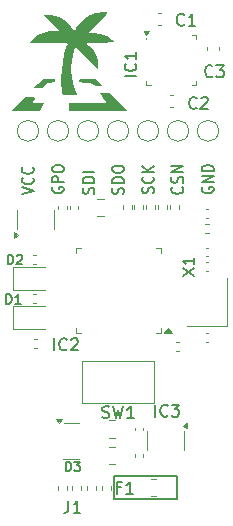
<source format=gbr>
%TF.GenerationSoftware,KiCad,Pcbnew,9.0.2+1*%
%TF.CreationDate,2025-08-04T10:31:06+02:00*%
%TF.ProjectId,ts13_dev_kit,74733133-5f64-4657-965f-6b69742e6b69,rev?*%
%TF.SameCoordinates,Original*%
%TF.FileFunction,Legend,Top*%
%TF.FilePolarity,Positive*%
%FSLAX46Y46*%
G04 Gerber Fmt 4.6, Leading zero omitted, Abs format (unit mm)*
G04 Created by KiCad (PCBNEW 9.0.2+1) date 2025-08-04 10:31:06*
%MOMM*%
%LPD*%
G01*
G04 APERTURE LIST*
%ADD10C,0.150000*%
%ADD11C,0.180000*%
%ADD12C,0.200000*%
%ADD13C,0.120000*%
%ADD14C,0.000000*%
G04 APERTURE END LIST*
D10*
X129609485Y-90208019D02*
X135016138Y-90208019D01*
X135016138Y-92201365D01*
X129609485Y-92201365D01*
X129609485Y-90208019D01*
D11*
X130440640Y-66310150D02*
X130488259Y-66181579D01*
X130488259Y-66181579D02*
X130488259Y-65967293D01*
X130488259Y-65967293D02*
X130440640Y-65881579D01*
X130440640Y-65881579D02*
X130393020Y-65838721D01*
X130393020Y-65838721D02*
X130297782Y-65795864D01*
X130297782Y-65795864D02*
X130202544Y-65795864D01*
X130202544Y-65795864D02*
X130107306Y-65838721D01*
X130107306Y-65838721D02*
X130059687Y-65881579D01*
X130059687Y-65881579D02*
X130012068Y-65967293D01*
X130012068Y-65967293D02*
X129964449Y-66138721D01*
X129964449Y-66138721D02*
X129916830Y-66224436D01*
X129916830Y-66224436D02*
X129869211Y-66267293D01*
X129869211Y-66267293D02*
X129773973Y-66310150D01*
X129773973Y-66310150D02*
X129678735Y-66310150D01*
X129678735Y-66310150D02*
X129583497Y-66267293D01*
X129583497Y-66267293D02*
X129535878Y-66224436D01*
X129535878Y-66224436D02*
X129488259Y-66138721D01*
X129488259Y-66138721D02*
X129488259Y-65924436D01*
X129488259Y-65924436D02*
X129535878Y-65795864D01*
X130488259Y-65410150D02*
X129488259Y-65410150D01*
X129488259Y-65410150D02*
X129488259Y-65195864D01*
X129488259Y-65195864D02*
X129535878Y-65067293D01*
X129535878Y-65067293D02*
X129631116Y-64981578D01*
X129631116Y-64981578D02*
X129726354Y-64938721D01*
X129726354Y-64938721D02*
X129916830Y-64895864D01*
X129916830Y-64895864D02*
X130059687Y-64895864D01*
X130059687Y-64895864D02*
X130250163Y-64938721D01*
X130250163Y-64938721D02*
X130345401Y-64981578D01*
X130345401Y-64981578D02*
X130440640Y-65067293D01*
X130440640Y-65067293D02*
X130488259Y-65195864D01*
X130488259Y-65195864D02*
X130488259Y-65410150D01*
X129488259Y-64338721D02*
X129488259Y-64167293D01*
X129488259Y-64167293D02*
X129535878Y-64081578D01*
X129535878Y-64081578D02*
X129631116Y-63995864D01*
X129631116Y-63995864D02*
X129821592Y-63953007D01*
X129821592Y-63953007D02*
X130154925Y-63953007D01*
X130154925Y-63953007D02*
X130345401Y-63995864D01*
X130345401Y-63995864D02*
X130440640Y-64081578D01*
X130440640Y-64081578D02*
X130488259Y-64167293D01*
X130488259Y-64167293D02*
X130488259Y-64338721D01*
X130488259Y-64338721D02*
X130440640Y-64424436D01*
X130440640Y-64424436D02*
X130345401Y-64510150D01*
X130345401Y-64510150D02*
X130154925Y-64553007D01*
X130154925Y-64553007D02*
X129821592Y-64553007D01*
X129821592Y-64553007D02*
X129631116Y-64510150D01*
X129631116Y-64510150D02*
X129535878Y-64424436D01*
X129535878Y-64424436D02*
X129488259Y-64338721D01*
D12*
X121842219Y-66382707D02*
X122842219Y-66082707D01*
X122842219Y-66082707D02*
X121842219Y-65782707D01*
X122746980Y-64968421D02*
X122794600Y-65011278D01*
X122794600Y-65011278D02*
X122842219Y-65139850D01*
X122842219Y-65139850D02*
X122842219Y-65225564D01*
X122842219Y-65225564D02*
X122794600Y-65354135D01*
X122794600Y-65354135D02*
X122699361Y-65439850D01*
X122699361Y-65439850D02*
X122604123Y-65482707D01*
X122604123Y-65482707D02*
X122413647Y-65525564D01*
X122413647Y-65525564D02*
X122270790Y-65525564D01*
X122270790Y-65525564D02*
X122080314Y-65482707D01*
X122080314Y-65482707D02*
X121985076Y-65439850D01*
X121985076Y-65439850D02*
X121889838Y-65354135D01*
X121889838Y-65354135D02*
X121842219Y-65225564D01*
X121842219Y-65225564D02*
X121842219Y-65139850D01*
X121842219Y-65139850D02*
X121889838Y-65011278D01*
X121889838Y-65011278D02*
X121937457Y-64968421D01*
X122746980Y-64068421D02*
X122794600Y-64111278D01*
X122794600Y-64111278D02*
X122842219Y-64239850D01*
X122842219Y-64239850D02*
X122842219Y-64325564D01*
X122842219Y-64325564D02*
X122794600Y-64454135D01*
X122794600Y-64454135D02*
X122699361Y-64539850D01*
X122699361Y-64539850D02*
X122604123Y-64582707D01*
X122604123Y-64582707D02*
X122413647Y-64625564D01*
X122413647Y-64625564D02*
X122270790Y-64625564D01*
X122270790Y-64625564D02*
X122080314Y-64582707D01*
X122080314Y-64582707D02*
X121985076Y-64539850D01*
X121985076Y-64539850D02*
X121889838Y-64454135D01*
X121889838Y-64454135D02*
X121842219Y-64325564D01*
X121842219Y-64325564D02*
X121842219Y-64239850D01*
X121842219Y-64239850D02*
X121889838Y-64111278D01*
X121889838Y-64111278D02*
X121937457Y-64068421D01*
X124434838Y-65782707D02*
X124387219Y-65868422D01*
X124387219Y-65868422D02*
X124387219Y-65996993D01*
X124387219Y-65996993D02*
X124434838Y-66125564D01*
X124434838Y-66125564D02*
X124530076Y-66211279D01*
X124530076Y-66211279D02*
X124625314Y-66254136D01*
X124625314Y-66254136D02*
X124815790Y-66296993D01*
X124815790Y-66296993D02*
X124958647Y-66296993D01*
X124958647Y-66296993D02*
X125149123Y-66254136D01*
X125149123Y-66254136D02*
X125244361Y-66211279D01*
X125244361Y-66211279D02*
X125339600Y-66125564D01*
X125339600Y-66125564D02*
X125387219Y-65996993D01*
X125387219Y-65996993D02*
X125387219Y-65911279D01*
X125387219Y-65911279D02*
X125339600Y-65782707D01*
X125339600Y-65782707D02*
X125291980Y-65739850D01*
X125291980Y-65739850D02*
X124958647Y-65739850D01*
X124958647Y-65739850D02*
X124958647Y-65911279D01*
X125387219Y-65354136D02*
X124387219Y-65354136D01*
X124387219Y-65354136D02*
X124387219Y-65011279D01*
X124387219Y-65011279D02*
X124434838Y-64925564D01*
X124434838Y-64925564D02*
X124482457Y-64882707D01*
X124482457Y-64882707D02*
X124577695Y-64839850D01*
X124577695Y-64839850D02*
X124720552Y-64839850D01*
X124720552Y-64839850D02*
X124815790Y-64882707D01*
X124815790Y-64882707D02*
X124863409Y-64925564D01*
X124863409Y-64925564D02*
X124911028Y-65011279D01*
X124911028Y-65011279D02*
X124911028Y-65354136D01*
X124387219Y-64282707D02*
X124387219Y-64111279D01*
X124387219Y-64111279D02*
X124434838Y-64025564D01*
X124434838Y-64025564D02*
X124530076Y-63939850D01*
X124530076Y-63939850D02*
X124720552Y-63896993D01*
X124720552Y-63896993D02*
X125053885Y-63896993D01*
X125053885Y-63896993D02*
X125244361Y-63939850D01*
X125244361Y-63939850D02*
X125339600Y-64025564D01*
X125339600Y-64025564D02*
X125387219Y-64111279D01*
X125387219Y-64111279D02*
X125387219Y-64282707D01*
X125387219Y-64282707D02*
X125339600Y-64368422D01*
X125339600Y-64368422D02*
X125244361Y-64454136D01*
X125244361Y-64454136D02*
X125053885Y-64496993D01*
X125053885Y-64496993D02*
X124720552Y-64496993D01*
X124720552Y-64496993D02*
X124530076Y-64454136D01*
X124530076Y-64454136D02*
X124434838Y-64368422D01*
X124434838Y-64368422D02*
X124387219Y-64282707D01*
D11*
X135413020Y-65753007D02*
X135460640Y-65795864D01*
X135460640Y-65795864D02*
X135508259Y-65924436D01*
X135508259Y-65924436D02*
X135508259Y-66010150D01*
X135508259Y-66010150D02*
X135460640Y-66138721D01*
X135460640Y-66138721D02*
X135365401Y-66224436D01*
X135365401Y-66224436D02*
X135270163Y-66267293D01*
X135270163Y-66267293D02*
X135079687Y-66310150D01*
X135079687Y-66310150D02*
X134936830Y-66310150D01*
X134936830Y-66310150D02*
X134746354Y-66267293D01*
X134746354Y-66267293D02*
X134651116Y-66224436D01*
X134651116Y-66224436D02*
X134555878Y-66138721D01*
X134555878Y-66138721D02*
X134508259Y-66010150D01*
X134508259Y-66010150D02*
X134508259Y-65924436D01*
X134508259Y-65924436D02*
X134555878Y-65795864D01*
X134555878Y-65795864D02*
X134603497Y-65753007D01*
X135460640Y-65410150D02*
X135508259Y-65281579D01*
X135508259Y-65281579D02*
X135508259Y-65067293D01*
X135508259Y-65067293D02*
X135460640Y-64981579D01*
X135460640Y-64981579D02*
X135413020Y-64938721D01*
X135413020Y-64938721D02*
X135317782Y-64895864D01*
X135317782Y-64895864D02*
X135222544Y-64895864D01*
X135222544Y-64895864D02*
X135127306Y-64938721D01*
X135127306Y-64938721D02*
X135079687Y-64981579D01*
X135079687Y-64981579D02*
X135032068Y-65067293D01*
X135032068Y-65067293D02*
X134984449Y-65238721D01*
X134984449Y-65238721D02*
X134936830Y-65324436D01*
X134936830Y-65324436D02*
X134889211Y-65367293D01*
X134889211Y-65367293D02*
X134793973Y-65410150D01*
X134793973Y-65410150D02*
X134698735Y-65410150D01*
X134698735Y-65410150D02*
X134603497Y-65367293D01*
X134603497Y-65367293D02*
X134555878Y-65324436D01*
X134555878Y-65324436D02*
X134508259Y-65238721D01*
X134508259Y-65238721D02*
X134508259Y-65024436D01*
X134508259Y-65024436D02*
X134555878Y-64895864D01*
X135508259Y-64510150D02*
X134508259Y-64510150D01*
X134508259Y-64510150D02*
X135508259Y-63995864D01*
X135508259Y-63995864D02*
X134508259Y-63995864D01*
D12*
X132959600Y-66296993D02*
X133007219Y-66168422D01*
X133007219Y-66168422D02*
X133007219Y-65954136D01*
X133007219Y-65954136D02*
X132959600Y-65868422D01*
X132959600Y-65868422D02*
X132911980Y-65825564D01*
X132911980Y-65825564D02*
X132816742Y-65782707D01*
X132816742Y-65782707D02*
X132721504Y-65782707D01*
X132721504Y-65782707D02*
X132626266Y-65825564D01*
X132626266Y-65825564D02*
X132578647Y-65868422D01*
X132578647Y-65868422D02*
X132531028Y-65954136D01*
X132531028Y-65954136D02*
X132483409Y-66125564D01*
X132483409Y-66125564D02*
X132435790Y-66211279D01*
X132435790Y-66211279D02*
X132388171Y-66254136D01*
X132388171Y-66254136D02*
X132292933Y-66296993D01*
X132292933Y-66296993D02*
X132197695Y-66296993D01*
X132197695Y-66296993D02*
X132102457Y-66254136D01*
X132102457Y-66254136D02*
X132054838Y-66211279D01*
X132054838Y-66211279D02*
X132007219Y-66125564D01*
X132007219Y-66125564D02*
X132007219Y-65911279D01*
X132007219Y-65911279D02*
X132054838Y-65782707D01*
X132911980Y-64882707D02*
X132959600Y-64925564D01*
X132959600Y-64925564D02*
X133007219Y-65054136D01*
X133007219Y-65054136D02*
X133007219Y-65139850D01*
X133007219Y-65139850D02*
X132959600Y-65268421D01*
X132959600Y-65268421D02*
X132864361Y-65354136D01*
X132864361Y-65354136D02*
X132769123Y-65396993D01*
X132769123Y-65396993D02*
X132578647Y-65439850D01*
X132578647Y-65439850D02*
X132435790Y-65439850D01*
X132435790Y-65439850D02*
X132245314Y-65396993D01*
X132245314Y-65396993D02*
X132150076Y-65354136D01*
X132150076Y-65354136D02*
X132054838Y-65268421D01*
X132054838Y-65268421D02*
X132007219Y-65139850D01*
X132007219Y-65139850D02*
X132007219Y-65054136D01*
X132007219Y-65054136D02*
X132054838Y-64925564D01*
X132054838Y-64925564D02*
X132102457Y-64882707D01*
X133007219Y-64496993D02*
X132007219Y-64496993D01*
X133007219Y-63982707D02*
X132435790Y-64368421D01*
X132007219Y-63982707D02*
X132578647Y-64496993D01*
D11*
X127930640Y-66310150D02*
X127978259Y-66181579D01*
X127978259Y-66181579D02*
X127978259Y-65967293D01*
X127978259Y-65967293D02*
X127930640Y-65881579D01*
X127930640Y-65881579D02*
X127883020Y-65838721D01*
X127883020Y-65838721D02*
X127787782Y-65795864D01*
X127787782Y-65795864D02*
X127692544Y-65795864D01*
X127692544Y-65795864D02*
X127597306Y-65838721D01*
X127597306Y-65838721D02*
X127549687Y-65881579D01*
X127549687Y-65881579D02*
X127502068Y-65967293D01*
X127502068Y-65967293D02*
X127454449Y-66138721D01*
X127454449Y-66138721D02*
X127406830Y-66224436D01*
X127406830Y-66224436D02*
X127359211Y-66267293D01*
X127359211Y-66267293D02*
X127263973Y-66310150D01*
X127263973Y-66310150D02*
X127168735Y-66310150D01*
X127168735Y-66310150D02*
X127073497Y-66267293D01*
X127073497Y-66267293D02*
X127025878Y-66224436D01*
X127025878Y-66224436D02*
X126978259Y-66138721D01*
X126978259Y-66138721D02*
X126978259Y-65924436D01*
X126978259Y-65924436D02*
X127025878Y-65795864D01*
X127978259Y-65410150D02*
X126978259Y-65410150D01*
X126978259Y-65410150D02*
X126978259Y-65195864D01*
X126978259Y-65195864D02*
X127025878Y-65067293D01*
X127025878Y-65067293D02*
X127121116Y-64981578D01*
X127121116Y-64981578D02*
X127216354Y-64938721D01*
X127216354Y-64938721D02*
X127406830Y-64895864D01*
X127406830Y-64895864D02*
X127549687Y-64895864D01*
X127549687Y-64895864D02*
X127740163Y-64938721D01*
X127740163Y-64938721D02*
X127835401Y-64981578D01*
X127835401Y-64981578D02*
X127930640Y-65067293D01*
X127930640Y-65067293D02*
X127978259Y-65195864D01*
X127978259Y-65195864D02*
X127978259Y-65410150D01*
X127978259Y-64510150D02*
X126978259Y-64510150D01*
D12*
X137119838Y-65782707D02*
X137072219Y-65868422D01*
X137072219Y-65868422D02*
X137072219Y-65996993D01*
X137072219Y-65996993D02*
X137119838Y-66125564D01*
X137119838Y-66125564D02*
X137215076Y-66211279D01*
X137215076Y-66211279D02*
X137310314Y-66254136D01*
X137310314Y-66254136D02*
X137500790Y-66296993D01*
X137500790Y-66296993D02*
X137643647Y-66296993D01*
X137643647Y-66296993D02*
X137834123Y-66254136D01*
X137834123Y-66254136D02*
X137929361Y-66211279D01*
X137929361Y-66211279D02*
X138024600Y-66125564D01*
X138024600Y-66125564D02*
X138072219Y-65996993D01*
X138072219Y-65996993D02*
X138072219Y-65911279D01*
X138072219Y-65911279D02*
X138024600Y-65782707D01*
X138024600Y-65782707D02*
X137976980Y-65739850D01*
X137976980Y-65739850D02*
X137643647Y-65739850D01*
X137643647Y-65739850D02*
X137643647Y-65911279D01*
X138072219Y-65354136D02*
X137072219Y-65354136D01*
X137072219Y-65354136D02*
X138072219Y-64839850D01*
X138072219Y-64839850D02*
X137072219Y-64839850D01*
X138072219Y-64411279D02*
X137072219Y-64411279D01*
X137072219Y-64411279D02*
X137072219Y-64196993D01*
X137072219Y-64196993D02*
X137119838Y-64068422D01*
X137119838Y-64068422D02*
X137215076Y-63982707D01*
X137215076Y-63982707D02*
X137310314Y-63939850D01*
X137310314Y-63939850D02*
X137500790Y-63896993D01*
X137500790Y-63896993D02*
X137643647Y-63896993D01*
X137643647Y-63896993D02*
X137834123Y-63939850D01*
X137834123Y-63939850D02*
X137929361Y-63982707D01*
X137929361Y-63982707D02*
X138024600Y-64068422D01*
X138024600Y-64068422D02*
X138072219Y-64196993D01*
X138072219Y-64196993D02*
X138072219Y-64411279D01*
D10*
X120634524Y-72310181D02*
X120634524Y-71510181D01*
X120634524Y-71510181D02*
X120825000Y-71510181D01*
X120825000Y-71510181D02*
X120939286Y-71548276D01*
X120939286Y-71548276D02*
X121015476Y-71624466D01*
X121015476Y-71624466D02*
X121053571Y-71700657D01*
X121053571Y-71700657D02*
X121091667Y-71853038D01*
X121091667Y-71853038D02*
X121091667Y-71967324D01*
X121091667Y-71967324D02*
X121053571Y-72119705D01*
X121053571Y-72119705D02*
X121015476Y-72195895D01*
X121015476Y-72195895D02*
X120939286Y-72272086D01*
X120939286Y-72272086D02*
X120825000Y-72310181D01*
X120825000Y-72310181D02*
X120634524Y-72310181D01*
X121396428Y-71586371D02*
X121434524Y-71548276D01*
X121434524Y-71548276D02*
X121510714Y-71510181D01*
X121510714Y-71510181D02*
X121701190Y-71510181D01*
X121701190Y-71510181D02*
X121777381Y-71548276D01*
X121777381Y-71548276D02*
X121815476Y-71586371D01*
X121815476Y-71586371D02*
X121853571Y-71662562D01*
X121853571Y-71662562D02*
X121853571Y-71738752D01*
X121853571Y-71738752D02*
X121815476Y-71853038D01*
X121815476Y-71853038D02*
X121358333Y-72310181D01*
X121358333Y-72310181D02*
X121853571Y-72310181D01*
X136629808Y-59036594D02*
X136582189Y-59084214D01*
X136582189Y-59084214D02*
X136439332Y-59131833D01*
X136439332Y-59131833D02*
X136344094Y-59131833D01*
X136344094Y-59131833D02*
X136201237Y-59084214D01*
X136201237Y-59084214D02*
X136105999Y-58988975D01*
X136105999Y-58988975D02*
X136058380Y-58893737D01*
X136058380Y-58893737D02*
X136010761Y-58703261D01*
X136010761Y-58703261D02*
X136010761Y-58560404D01*
X136010761Y-58560404D02*
X136058380Y-58369928D01*
X136058380Y-58369928D02*
X136105999Y-58274690D01*
X136105999Y-58274690D02*
X136201237Y-58179452D01*
X136201237Y-58179452D02*
X136344094Y-58131833D01*
X136344094Y-58131833D02*
X136439332Y-58131833D01*
X136439332Y-58131833D02*
X136582189Y-58179452D01*
X136582189Y-58179452D02*
X136629808Y-58227071D01*
X137010761Y-58227071D02*
X137058380Y-58179452D01*
X137058380Y-58179452D02*
X137153618Y-58131833D01*
X137153618Y-58131833D02*
X137391713Y-58131833D01*
X137391713Y-58131833D02*
X137486951Y-58179452D01*
X137486951Y-58179452D02*
X137534570Y-58227071D01*
X137534570Y-58227071D02*
X137582189Y-58322309D01*
X137582189Y-58322309D02*
X137582189Y-58417547D01*
X137582189Y-58417547D02*
X137534570Y-58560404D01*
X137534570Y-58560404D02*
X136963142Y-59131833D01*
X136963142Y-59131833D02*
X137582189Y-59131833D01*
X125786666Y-92314819D02*
X125786666Y-93029104D01*
X125786666Y-93029104D02*
X125739047Y-93171961D01*
X125739047Y-93171961D02*
X125643809Y-93267200D01*
X125643809Y-93267200D02*
X125500952Y-93314819D01*
X125500952Y-93314819D02*
X125405714Y-93314819D01*
X126786666Y-93314819D02*
X126215238Y-93314819D01*
X126500952Y-93314819D02*
X126500952Y-92314819D01*
X126500952Y-92314819D02*
X126405714Y-92457676D01*
X126405714Y-92457676D02*
X126310476Y-92552914D01*
X126310476Y-92552914D02*
X126215238Y-92600533D01*
X133143810Y-85184819D02*
X133143810Y-84184819D01*
X134191428Y-85089580D02*
X134143809Y-85137200D01*
X134143809Y-85137200D02*
X134000952Y-85184819D01*
X134000952Y-85184819D02*
X133905714Y-85184819D01*
X133905714Y-85184819D02*
X133762857Y-85137200D01*
X133762857Y-85137200D02*
X133667619Y-85041961D01*
X133667619Y-85041961D02*
X133620000Y-84946723D01*
X133620000Y-84946723D02*
X133572381Y-84756247D01*
X133572381Y-84756247D02*
X133572381Y-84613390D01*
X133572381Y-84613390D02*
X133620000Y-84422914D01*
X133620000Y-84422914D02*
X133667619Y-84327676D01*
X133667619Y-84327676D02*
X133762857Y-84232438D01*
X133762857Y-84232438D02*
X133905714Y-84184819D01*
X133905714Y-84184819D02*
X134000952Y-84184819D01*
X134000952Y-84184819D02*
X134143809Y-84232438D01*
X134143809Y-84232438D02*
X134191428Y-84280057D01*
X134524762Y-84184819D02*
X135143809Y-84184819D01*
X135143809Y-84184819D02*
X134810476Y-84565771D01*
X134810476Y-84565771D02*
X134953333Y-84565771D01*
X134953333Y-84565771D02*
X135048571Y-84613390D01*
X135048571Y-84613390D02*
X135096190Y-84661009D01*
X135096190Y-84661009D02*
X135143809Y-84756247D01*
X135143809Y-84756247D02*
X135143809Y-84994342D01*
X135143809Y-84994342D02*
X135096190Y-85089580D01*
X135096190Y-85089580D02*
X135048571Y-85137200D01*
X135048571Y-85137200D02*
X134953333Y-85184819D01*
X134953333Y-85184819D02*
X134667619Y-85184819D01*
X134667619Y-85184819D02*
X134572381Y-85137200D01*
X134572381Y-85137200D02*
X134524762Y-85089580D01*
X128666667Y-85257200D02*
X128809524Y-85304819D01*
X128809524Y-85304819D02*
X129047619Y-85304819D01*
X129047619Y-85304819D02*
X129142857Y-85257200D01*
X129142857Y-85257200D02*
X129190476Y-85209580D01*
X129190476Y-85209580D02*
X129238095Y-85114342D01*
X129238095Y-85114342D02*
X129238095Y-85019104D01*
X129238095Y-85019104D02*
X129190476Y-84923866D01*
X129190476Y-84923866D02*
X129142857Y-84876247D01*
X129142857Y-84876247D02*
X129047619Y-84828628D01*
X129047619Y-84828628D02*
X128857143Y-84781009D01*
X128857143Y-84781009D02*
X128761905Y-84733390D01*
X128761905Y-84733390D02*
X128714286Y-84685771D01*
X128714286Y-84685771D02*
X128666667Y-84590533D01*
X128666667Y-84590533D02*
X128666667Y-84495295D01*
X128666667Y-84495295D02*
X128714286Y-84400057D01*
X128714286Y-84400057D02*
X128761905Y-84352438D01*
X128761905Y-84352438D02*
X128857143Y-84304819D01*
X128857143Y-84304819D02*
X129095238Y-84304819D01*
X129095238Y-84304819D02*
X129238095Y-84352438D01*
X129571429Y-84304819D02*
X129809524Y-85304819D01*
X129809524Y-85304819D02*
X130000000Y-84590533D01*
X130000000Y-84590533D02*
X130190476Y-85304819D01*
X130190476Y-85304819D02*
X130428572Y-84304819D01*
X131333333Y-85304819D02*
X130761905Y-85304819D01*
X131047619Y-85304819D02*
X131047619Y-84304819D01*
X131047619Y-84304819D02*
X130952381Y-84447676D01*
X130952381Y-84447676D02*
X130857143Y-84542914D01*
X130857143Y-84542914D02*
X130761905Y-84590533D01*
X131544819Y-56346189D02*
X130544819Y-56346189D01*
X131449580Y-55298571D02*
X131497200Y-55346190D01*
X131497200Y-55346190D02*
X131544819Y-55489047D01*
X131544819Y-55489047D02*
X131544819Y-55584285D01*
X131544819Y-55584285D02*
X131497200Y-55727142D01*
X131497200Y-55727142D02*
X131401961Y-55822380D01*
X131401961Y-55822380D02*
X131306723Y-55869999D01*
X131306723Y-55869999D02*
X131116247Y-55917618D01*
X131116247Y-55917618D02*
X130973390Y-55917618D01*
X130973390Y-55917618D02*
X130782914Y-55869999D01*
X130782914Y-55869999D02*
X130687676Y-55822380D01*
X130687676Y-55822380D02*
X130592438Y-55727142D01*
X130592438Y-55727142D02*
X130544819Y-55584285D01*
X130544819Y-55584285D02*
X130544819Y-55489047D01*
X130544819Y-55489047D02*
X130592438Y-55346190D01*
X130592438Y-55346190D02*
X130640057Y-55298571D01*
X131544819Y-54346190D02*
X131544819Y-54917618D01*
X131544819Y-54631904D02*
X130544819Y-54631904D01*
X130544819Y-54631904D02*
X130687676Y-54727142D01*
X130687676Y-54727142D02*
X130782914Y-54822380D01*
X130782914Y-54822380D02*
X130830533Y-54917618D01*
X135454819Y-73309523D02*
X136454819Y-72642857D01*
X135454819Y-72642857D02*
X136454819Y-73309523D01*
X136454819Y-71738095D02*
X136454819Y-72309523D01*
X136454819Y-72023809D02*
X135454819Y-72023809D01*
X135454819Y-72023809D02*
X135597676Y-72119047D01*
X135597676Y-72119047D02*
X135692914Y-72214285D01*
X135692914Y-72214285D02*
X135740533Y-72309523D01*
X120534524Y-75637295D02*
X120534524Y-74837295D01*
X120534524Y-74837295D02*
X120725000Y-74837295D01*
X120725000Y-74837295D02*
X120839286Y-74875390D01*
X120839286Y-74875390D02*
X120915476Y-74951580D01*
X120915476Y-74951580D02*
X120953571Y-75027771D01*
X120953571Y-75027771D02*
X120991667Y-75180152D01*
X120991667Y-75180152D02*
X120991667Y-75294438D01*
X120991667Y-75294438D02*
X120953571Y-75446819D01*
X120953571Y-75446819D02*
X120915476Y-75523009D01*
X120915476Y-75523009D02*
X120839286Y-75599200D01*
X120839286Y-75599200D02*
X120725000Y-75637295D01*
X120725000Y-75637295D02*
X120534524Y-75637295D01*
X121753571Y-75637295D02*
X121296428Y-75637295D01*
X121525000Y-75637295D02*
X121525000Y-74837295D01*
X121525000Y-74837295D02*
X121448809Y-74951580D01*
X121448809Y-74951580D02*
X121372619Y-75027771D01*
X121372619Y-75027771D02*
X121296428Y-75065866D01*
X135582923Y-51991346D02*
X135535304Y-52038966D01*
X135535304Y-52038966D02*
X135392447Y-52086585D01*
X135392447Y-52086585D02*
X135297209Y-52086585D01*
X135297209Y-52086585D02*
X135154352Y-52038966D01*
X135154352Y-52038966D02*
X135059114Y-51943727D01*
X135059114Y-51943727D02*
X135011495Y-51848489D01*
X135011495Y-51848489D02*
X134963876Y-51658013D01*
X134963876Y-51658013D02*
X134963876Y-51515156D01*
X134963876Y-51515156D02*
X135011495Y-51324680D01*
X135011495Y-51324680D02*
X135059114Y-51229442D01*
X135059114Y-51229442D02*
X135154352Y-51134204D01*
X135154352Y-51134204D02*
X135297209Y-51086585D01*
X135297209Y-51086585D02*
X135392447Y-51086585D01*
X135392447Y-51086585D02*
X135535304Y-51134204D01*
X135535304Y-51134204D02*
X135582923Y-51181823D01*
X136535304Y-52086585D02*
X135963876Y-52086585D01*
X136249590Y-52086585D02*
X136249590Y-51086585D01*
X136249590Y-51086585D02*
X136154352Y-51229442D01*
X136154352Y-51229442D02*
X136059114Y-51324680D01*
X136059114Y-51324680D02*
X135963876Y-51372299D01*
X137973780Y-56348648D02*
X137926161Y-56396268D01*
X137926161Y-56396268D02*
X137783304Y-56443887D01*
X137783304Y-56443887D02*
X137688066Y-56443887D01*
X137688066Y-56443887D02*
X137545209Y-56396268D01*
X137545209Y-56396268D02*
X137449971Y-56301029D01*
X137449971Y-56301029D02*
X137402352Y-56205791D01*
X137402352Y-56205791D02*
X137354733Y-56015315D01*
X137354733Y-56015315D02*
X137354733Y-55872458D01*
X137354733Y-55872458D02*
X137402352Y-55681982D01*
X137402352Y-55681982D02*
X137449971Y-55586744D01*
X137449971Y-55586744D02*
X137545209Y-55491506D01*
X137545209Y-55491506D02*
X137688066Y-55443887D01*
X137688066Y-55443887D02*
X137783304Y-55443887D01*
X137783304Y-55443887D02*
X137926161Y-55491506D01*
X137926161Y-55491506D02*
X137973780Y-55539125D01*
X138307114Y-55443887D02*
X138926161Y-55443887D01*
X138926161Y-55443887D02*
X138592828Y-55824839D01*
X138592828Y-55824839D02*
X138735685Y-55824839D01*
X138735685Y-55824839D02*
X138830923Y-55872458D01*
X138830923Y-55872458D02*
X138878542Y-55920077D01*
X138878542Y-55920077D02*
X138926161Y-56015315D01*
X138926161Y-56015315D02*
X138926161Y-56253410D01*
X138926161Y-56253410D02*
X138878542Y-56348648D01*
X138878542Y-56348648D02*
X138830923Y-56396268D01*
X138830923Y-56396268D02*
X138735685Y-56443887D01*
X138735685Y-56443887D02*
X138449971Y-56443887D01*
X138449971Y-56443887D02*
X138354733Y-56396268D01*
X138354733Y-56396268D02*
X138307114Y-56348648D01*
X124583810Y-79574819D02*
X124583810Y-78574819D01*
X125631428Y-79479580D02*
X125583809Y-79527200D01*
X125583809Y-79527200D02*
X125440952Y-79574819D01*
X125440952Y-79574819D02*
X125345714Y-79574819D01*
X125345714Y-79574819D02*
X125202857Y-79527200D01*
X125202857Y-79527200D02*
X125107619Y-79431961D01*
X125107619Y-79431961D02*
X125060000Y-79336723D01*
X125060000Y-79336723D02*
X125012381Y-79146247D01*
X125012381Y-79146247D02*
X125012381Y-79003390D01*
X125012381Y-79003390D02*
X125060000Y-78812914D01*
X125060000Y-78812914D02*
X125107619Y-78717676D01*
X125107619Y-78717676D02*
X125202857Y-78622438D01*
X125202857Y-78622438D02*
X125345714Y-78574819D01*
X125345714Y-78574819D02*
X125440952Y-78574819D01*
X125440952Y-78574819D02*
X125583809Y-78622438D01*
X125583809Y-78622438D02*
X125631428Y-78670057D01*
X126012381Y-78670057D02*
X126060000Y-78622438D01*
X126060000Y-78622438D02*
X126155238Y-78574819D01*
X126155238Y-78574819D02*
X126393333Y-78574819D01*
X126393333Y-78574819D02*
X126488571Y-78622438D01*
X126488571Y-78622438D02*
X126536190Y-78670057D01*
X126536190Y-78670057D02*
X126583809Y-78765295D01*
X126583809Y-78765295D02*
X126583809Y-78860533D01*
X126583809Y-78860533D02*
X126536190Y-79003390D01*
X126536190Y-79003390D02*
X125964762Y-79574819D01*
X125964762Y-79574819D02*
X126583809Y-79574819D01*
X130205957Y-91177070D02*
X129872624Y-91177070D01*
X129872624Y-91700880D02*
X129872624Y-90700880D01*
X129872624Y-90700880D02*
X130348814Y-90700880D01*
X131253576Y-91700880D02*
X130682148Y-91700880D01*
X130967862Y-91700880D02*
X130967862Y-90700880D01*
X130967862Y-90700880D02*
X130872624Y-90843737D01*
X130872624Y-90843737D02*
X130777386Y-90938975D01*
X130777386Y-90938975D02*
X130682148Y-90986594D01*
X125539524Y-89822295D02*
X125539524Y-89022295D01*
X125539524Y-89022295D02*
X125730000Y-89022295D01*
X125730000Y-89022295D02*
X125844286Y-89060390D01*
X125844286Y-89060390D02*
X125920476Y-89136580D01*
X125920476Y-89136580D02*
X125958571Y-89212771D01*
X125958571Y-89212771D02*
X125996667Y-89365152D01*
X125996667Y-89365152D02*
X125996667Y-89479438D01*
X125996667Y-89479438D02*
X125958571Y-89631819D01*
X125958571Y-89631819D02*
X125920476Y-89708009D01*
X125920476Y-89708009D02*
X125844286Y-89784200D01*
X125844286Y-89784200D02*
X125730000Y-89822295D01*
X125730000Y-89822295D02*
X125539524Y-89822295D01*
X126263333Y-89022295D02*
X126758571Y-89022295D01*
X126758571Y-89022295D02*
X126491905Y-89327057D01*
X126491905Y-89327057D02*
X126606190Y-89327057D01*
X126606190Y-89327057D02*
X126682381Y-89365152D01*
X126682381Y-89365152D02*
X126720476Y-89403247D01*
X126720476Y-89403247D02*
X126758571Y-89479438D01*
X126758571Y-89479438D02*
X126758571Y-89669914D01*
X126758571Y-89669914D02*
X126720476Y-89746104D01*
X126720476Y-89746104D02*
X126682381Y-89784200D01*
X126682381Y-89784200D02*
X126606190Y-89822295D01*
X126606190Y-89822295D02*
X126377619Y-89822295D01*
X126377619Y-89822295D02*
X126301428Y-89784200D01*
X126301428Y-89784200D02*
X126263333Y-89746104D01*
D13*
%TO.C,R14*%
X122746359Y-71520000D02*
X123053641Y-71520000D01*
X122746359Y-72280000D02*
X123053641Y-72280000D01*
%TO.C,D2*%
X121115000Y-72540000D02*
X121115000Y-74460000D01*
X121115000Y-74460000D02*
X123800000Y-74460000D01*
X123800000Y-72540000D02*
X121115000Y-72540000D01*
%TO.C,C2*%
X134359420Y-57990000D02*
X134640580Y-57990000D01*
X134359420Y-59010000D02*
X134640580Y-59010000D01*
%TO.C,C13*%
X125890000Y-67392164D02*
X125890000Y-67607836D01*
X126610000Y-67392164D02*
X126610000Y-67607836D01*
%TO.C,IC3*%
X132440000Y-87250000D02*
X132440000Y-86450000D01*
X132440000Y-87250000D02*
X132440000Y-88050000D01*
X135560000Y-87250000D02*
X135560000Y-86450000D01*
X135560000Y-87250000D02*
X135560000Y-88050000D01*
X135840000Y-86190000D02*
X135510000Y-85950000D01*
X135840000Y-85710000D01*
X135840000Y-86190000D01*
G36*
X135840000Y-86190000D02*
G01*
X135510000Y-85950000D01*
X135840000Y-85710000D01*
X135840000Y-86190000D01*
G37*
%TO.C,C14*%
X128238748Y-66765000D02*
X128761252Y-66765000D01*
X128238748Y-68235000D02*
X128761252Y-68235000D01*
%TO.C,R7*%
X134370000Y-67296359D02*
X134370000Y-67603641D01*
X135130000Y-67296359D02*
X135130000Y-67603641D01*
%TO.C,R3*%
X131370000Y-67296359D02*
X131370000Y-67603641D01*
X132130000Y-67296359D02*
X132130000Y-67603641D01*
%TO.C,PAD3*%
X125800000Y-61000000D02*
G75*
G02*
X124000000Y-61000000I-900000J0D01*
G01*
X124000000Y-61000000D02*
G75*
G02*
X125800000Y-61000000I900000J0D01*
G01*
%TO.C,R1*%
X137346359Y-69630000D02*
X137653641Y-69630000D01*
X137346359Y-68870000D02*
X137653641Y-68870000D01*
%TO.C,PAD4*%
X135960000Y-61000000D02*
G75*
G02*
X134160000Y-61000000I-900000J0D01*
G01*
X134160000Y-61000000D02*
G75*
G02*
X135960000Y-61000000I900000J0D01*
G01*
%TO.C,SW1*%
X126940000Y-80440000D02*
X133060000Y-80440000D01*
X126940000Y-84060000D02*
X126940000Y-80440000D01*
X133060000Y-80440000D02*
X133060000Y-84060000D01*
X133060000Y-84060000D02*
X126940000Y-84060000D01*
%TO.C,PAD6*%
X130880000Y-61000000D02*
G75*
G02*
X129080000Y-61000000I-900000J0D01*
G01*
X129080000Y-61000000D02*
G75*
G02*
X130880000Y-61000000I900000J0D01*
G01*
%TO.C,C9*%
X135107836Y-78890000D02*
X134892164Y-78890000D01*
X135107836Y-79610000D02*
X134892164Y-79610000D01*
%TO.C,IC1*%
X132390000Y-53240000D02*
X132390000Y-53130000D01*
X132390000Y-57110000D02*
X132390000Y-56760000D01*
X132740000Y-57110000D02*
X132390000Y-57110000D01*
X136260000Y-52890000D02*
X136610000Y-52890000D01*
X136260000Y-57110000D02*
X136610000Y-57110000D01*
X136610000Y-52890000D02*
X136610000Y-53240000D01*
X136610000Y-57110000D02*
X136610000Y-56760000D01*
X132390000Y-52890000D02*
X132150000Y-52560000D01*
X132630000Y-52560000D01*
X132390000Y-52890000D01*
G36*
X132390000Y-52890000D02*
G01*
X132150000Y-52560000D01*
X132630000Y-52560000D01*
X132390000Y-52890000D01*
G37*
%TO.C,X1*%
X135790000Y-77560000D02*
X139210000Y-77560000D01*
X139210000Y-77560000D02*
X139210000Y-73440000D01*
%TO.C,C5*%
X131390000Y-88392164D02*
X131390000Y-88607836D01*
X132110000Y-88392164D02*
X132110000Y-88607836D01*
%TO.C,D1*%
X123800000Y-75840000D02*
X121115000Y-75840000D01*
X121115000Y-75840000D02*
X121115000Y-77760000D01*
X121115000Y-77760000D02*
X123800000Y-77760000D01*
%TO.C,R13*%
X122746359Y-74820000D02*
X123053641Y-74820000D01*
X122746359Y-75580000D02*
X123053641Y-75580000D01*
%TO.C,C1*%
X133640580Y-50990000D02*
X133359420Y-50990000D01*
X133640580Y-52010000D02*
X133359420Y-52010000D01*
%TO.C,PAD2*%
X138500000Y-61000000D02*
G75*
G02*
X136700000Y-61000000I-900000J0D01*
G01*
X136700000Y-61000000D02*
G75*
G02*
X138500000Y-61000000I900000J0D01*
G01*
%TO.C,C3*%
X137490000Y-54140580D02*
X137490000Y-53859420D01*
X138510000Y-54140580D02*
X138510000Y-53859420D01*
%TO.C,C11*%
X137607836Y-78140000D02*
X137392164Y-78140000D01*
X137607836Y-78860000D02*
X137392164Y-78860000D01*
%TO.C,IC2*%
X126390000Y-70890000D02*
X126390000Y-71340000D01*
X126390000Y-78110000D02*
X126390000Y-77660000D01*
X126840000Y-70890000D02*
X126390000Y-70890000D01*
X126840000Y-78110000D02*
X126390000Y-78110000D01*
X133160000Y-70890000D02*
X133610000Y-70890000D01*
X133160000Y-78110000D02*
X133610000Y-78110000D01*
X133610000Y-70890000D02*
X133610000Y-71340000D01*
X133610000Y-78110000D02*
X133610000Y-77660000D01*
X134540000Y-78130000D02*
X133860000Y-78130000D01*
X134200000Y-77660000D01*
X134540000Y-78130000D01*
G36*
X134540000Y-78130000D02*
G01*
X133860000Y-78130000D01*
X134200000Y-77660000D01*
X134540000Y-78130000D01*
G37*
%TO.C,R12*%
X124870000Y-67653641D02*
X124870000Y-67346359D01*
X125630000Y-67653641D02*
X125630000Y-67346359D01*
%TO.C,F1*%
X132732420Y-90473019D02*
X133186548Y-90473019D01*
X132732420Y-91943019D02*
X133186548Y-91943019D01*
%TO.C,C4*%
X129761252Y-87765000D02*
X129238748Y-87765000D01*
X129761252Y-89235000D02*
X129238748Y-89235000D01*
%TO.C,R5*%
X133370000Y-67296359D02*
X133370000Y-67603641D01*
X134130000Y-67296359D02*
X134130000Y-67603641D01*
%TO.C,PAD1*%
X123260000Y-61000000D02*
G75*
G02*
X121460000Y-61000000I-900000J0D01*
G01*
X121460000Y-61000000D02*
G75*
G02*
X123260000Y-61000000I900000J0D01*
G01*
%TO.C,IC4*%
X121440000Y-68500000D02*
X121440000Y-67700000D01*
X121440000Y-68500000D02*
X121440000Y-69300000D01*
X124560000Y-68500000D02*
X124560000Y-67700000D01*
X124560000Y-68500000D02*
X124560000Y-69300000D01*
X121490000Y-69800000D02*
X121160000Y-70040000D01*
X121160000Y-69560000D01*
X121490000Y-69800000D01*
G36*
X121490000Y-69800000D02*
G01*
X121160000Y-70040000D01*
X121160000Y-69560000D01*
X121490000Y-69800000D01*
G37*
%TO.C,R10*%
X126120000Y-91403641D02*
X126120000Y-91096359D01*
X126880000Y-91403641D02*
X126880000Y-91096359D01*
%TO.C,PAD7*%
X128340000Y-61000000D02*
G75*
G02*
X126540000Y-61000000I-900000J0D01*
G01*
X126540000Y-61000000D02*
G75*
G02*
X128340000Y-61000000I900000J0D01*
G01*
%TO.C,C12*%
X137392164Y-72140000D02*
X137607836Y-72140000D01*
X137392164Y-72860000D02*
X137607836Y-72860000D01*
%TO.C,R2*%
X130370000Y-67296359D02*
X130370000Y-67603641D01*
X131130000Y-67296359D02*
X131130000Y-67603641D01*
%TO.C,R11*%
X127370000Y-91096359D02*
X127370000Y-91403641D01*
X128130000Y-91096359D02*
X128130000Y-91403641D01*
%TO.C,C10*%
X137392164Y-70890000D02*
X137607836Y-70890000D01*
X137392164Y-71610000D02*
X137607836Y-71610000D01*
%TO.C,C8*%
X137607836Y-67640000D02*
X137392164Y-67640000D01*
X137607836Y-68360000D02*
X137392164Y-68360000D01*
%TO.C,PAD5*%
X133420000Y-61000000D02*
G75*
G02*
X131620000Y-61000000I-900000J0D01*
G01*
X131620000Y-61000000D02*
G75*
G02*
X133420000Y-61000000I900000J0D01*
G01*
%TO.C,C7*%
X129761252Y-85515000D02*
X129238748Y-85515000D01*
X129761252Y-86985000D02*
X129238748Y-86985000D01*
D14*
%TO.C,G1*%
G36*
X122740185Y-58124715D02*
G01*
X122901217Y-58145043D01*
X122964583Y-58173597D01*
X122964621Y-58174346D01*
X122927102Y-58261932D01*
X122836379Y-58394724D01*
X122831984Y-58400342D01*
X122740309Y-58527846D01*
X122699481Y-58606301D01*
X122699347Y-58608241D01*
X122760260Y-58626998D01*
X122921412Y-58640882D01*
X123150426Y-58647342D01*
X123197854Y-58647519D01*
X123696360Y-58647519D01*
X123360298Y-59310705D01*
X120878353Y-59310705D01*
X121472454Y-58713838D01*
X122066556Y-58116971D01*
X122515589Y-58116971D01*
X122740185Y-58124715D01*
G37*
G36*
X124404938Y-56593115D02*
G01*
X124563605Y-56602362D01*
X124637493Y-56626641D01*
X124650530Y-56673204D01*
X124629754Y-56740861D01*
X124572314Y-56834024D01*
X124462700Y-56884346D01*
X124262416Y-56908537D01*
X124240304Y-56909904D01*
X124028484Y-56933162D01*
X123895423Y-56989195D01*
X123787359Y-57105233D01*
X123750188Y-57158146D01*
X123654110Y-57286026D01*
X123559114Y-57354384D01*
X123420339Y-57381842D01*
X123198812Y-57387014D01*
X122802977Y-57387467D01*
X123196736Y-56989556D01*
X123590496Y-56591645D01*
X124137562Y-56591645D01*
X124404938Y-56593115D01*
G37*
G36*
X128390022Y-56888541D02*
G01*
X128701175Y-57185437D01*
X128322177Y-57186974D01*
X128094153Y-57179425D01*
X127961152Y-57147276D01*
X127886284Y-57079781D01*
X127872193Y-57055875D01*
X127819473Y-56988143D01*
X127730543Y-56948067D01*
X127574611Y-56928748D01*
X127320885Y-56923289D01*
X127280088Y-56923237D01*
X126992217Y-56915695D01*
X126812467Y-56885864D01*
X126716821Y-56822937D01*
X126681260Y-56716107D01*
X126678460Y-56652539D01*
X126740213Y-56627606D01*
X126907261Y-56607611D01*
X127152287Y-56594930D01*
X127378665Y-56591645D01*
X128078870Y-56591645D01*
X128390022Y-56888541D01*
G37*
G36*
X130055111Y-58547305D02*
G01*
X130823368Y-59309231D01*
X128319843Y-59309968D01*
X125816319Y-59310705D01*
X125816319Y-58647519D01*
X127407964Y-58647519D01*
X127851578Y-58645358D01*
X128247596Y-58639288D01*
X128577893Y-58629926D01*
X128824348Y-58617893D01*
X128968837Y-58603806D01*
X128999608Y-58593178D01*
X128962607Y-58515989D01*
X128865747Y-58366606D01*
X128734334Y-58183290D01*
X128600409Y-58000872D01*
X128505054Y-57865424D01*
X128469060Y-57806560D01*
X128529415Y-57795519D01*
X128686645Y-57787856D01*
X128877957Y-57785378D01*
X129286854Y-57785378D01*
X130055111Y-58547305D01*
G37*
G36*
X129009735Y-50966623D02*
G01*
X129119784Y-50984181D01*
X129132245Y-50995274D01*
X129087568Y-51058479D01*
X128963595Y-51198711D01*
X128775410Y-51399807D01*
X128538101Y-51645602D01*
X128304539Y-51882106D01*
X127476833Y-52712010D01*
X127989526Y-52715429D01*
X128533395Y-52776751D01*
X129011472Y-52952714D01*
X129422517Y-53242842D01*
X129463838Y-53281950D01*
X129695953Y-53507833D01*
X128435901Y-53540992D01*
X128000000Y-53552887D01*
X127682103Y-53563613D01*
X127467619Y-53575189D01*
X127341952Y-53589633D01*
X127290509Y-53608965D01*
X127298697Y-53635201D01*
X127351922Y-53670361D01*
X127381539Y-53686821D01*
X127686800Y-53916154D01*
X127950017Y-54230729D01*
X128154819Y-54597620D01*
X128284837Y-54983900D01*
X128323703Y-55356644D01*
X128301696Y-55537688D01*
X128255797Y-55746665D01*
X126361247Y-53855495D01*
X126257652Y-54212212D01*
X126084779Y-54991314D01*
X126030467Y-55745745D01*
X126096054Y-56494806D01*
X126282874Y-57257795D01*
X126510752Y-57868277D01*
X126522541Y-57921952D01*
X126487990Y-57956007D01*
X126384928Y-57974829D01*
X126191182Y-57982804D01*
X125924155Y-57984334D01*
X125288297Y-57984334D01*
X125237295Y-57801958D01*
X125219541Y-57672190D01*
X125205214Y-57438672D01*
X125195435Y-57130272D01*
X125191326Y-56775859D01*
X125191536Y-56624804D01*
X125218365Y-55847548D01*
X125294269Y-55160162D01*
X125425569Y-54526961D01*
X125618585Y-53912258D01*
X125717126Y-53657049D01*
X125724335Y-53621134D01*
X125703342Y-53593480D01*
X125639375Y-53573015D01*
X125517662Y-53558667D01*
X125323428Y-53549364D01*
X125041902Y-53544032D01*
X124658310Y-53541599D01*
X124157880Y-53540994D01*
X124118483Y-53540992D01*
X122472776Y-53540992D01*
X122760650Y-53247670D01*
X123162888Y-52922588D01*
X123633393Y-52701747D01*
X124182641Y-52580866D01*
X124447133Y-52558480D01*
X125034344Y-52529328D01*
X124382059Y-51874585D01*
X123729773Y-51219843D01*
X124192759Y-51219895D01*
X124705093Y-51284495D01*
X125187601Y-51473472D01*
X125628280Y-51779768D01*
X126015126Y-52196325D01*
X126130570Y-52359265D01*
X126305625Y-52623792D01*
X126464731Y-52310722D01*
X126694243Y-51961738D01*
X127010195Y-51620399D01*
X127370696Y-51327876D01*
X127614832Y-51180444D01*
X127840436Y-51079661D01*
X128068919Y-51016936D01*
X128350797Y-50980810D01*
X128551958Y-50967867D01*
X128810494Y-50960714D01*
X129009735Y-50966623D01*
G37*
D13*
%TO.C,C6*%
X131390000Y-86142164D02*
X131390000Y-86357836D01*
X132110000Y-86142164D02*
X132110000Y-86357836D01*
%TO.C,R4*%
X132370000Y-67296359D02*
X132370000Y-67603641D01*
X133130000Y-67296359D02*
X133130000Y-67603641D01*
%TO.C,R8*%
X128620000Y-91403641D02*
X128620000Y-91096359D01*
X129380000Y-91403641D02*
X129380000Y-91096359D01*
%TO.C,R9*%
X124870000Y-91403641D02*
X124870000Y-91096359D01*
X125630000Y-91403641D02*
X125630000Y-91096359D01*
%TO.C,R6*%
X123153641Y-78620000D02*
X122846359Y-78620000D01*
X123153641Y-79380000D02*
X122846359Y-79380000D01*
%TO.C,D3*%
X125350000Y-88810000D02*
X126650000Y-88810000D01*
X126650000Y-85690000D02*
X125380000Y-85690000D01*
X125000000Y-85740000D02*
X124760000Y-85410000D01*
X125240000Y-85410000D01*
X125000000Y-85740000D01*
G36*
X125000000Y-85740000D02*
G01*
X124760000Y-85410000D01*
X125240000Y-85410000D01*
X125000000Y-85740000D01*
G37*
%TD*%
M02*

</source>
